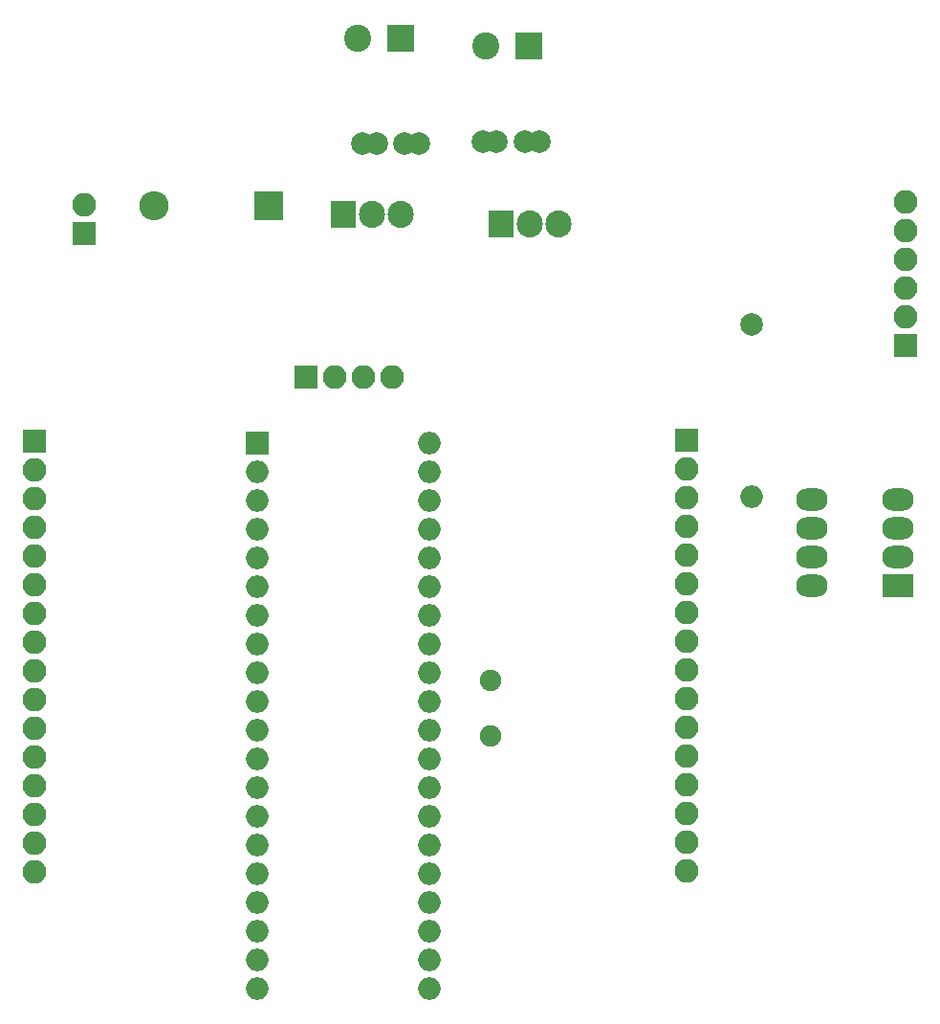
<source format=gbr>
G04 #@! TF.GenerationSoftware,KiCad,Pcbnew,(5.0.0-rc2-dev-444-g2974a2c10)*
G04 #@! TF.CreationDate,2018-07-07T21:15:36+02:00*
G04 #@! TF.ProjectId,propellor dev board,70726F70656C6C6F722064657620626F,rev?*
G04 #@! TF.SameCoordinates,Original*
G04 #@! TF.FileFunction,Soldermask,Bot*
G04 #@! TF.FilePolarity,Negative*
%FSLAX46Y46*%
G04 Gerber Fmt 4.6, Leading zero omitted, Abs format (unit mm)*
G04 Created by KiCad (PCBNEW (5.0.0-rc2-dev-444-g2974a2c10)) date 07/07/18 21:15:36*
%MOMM*%
%LPD*%
G01*
G04 APERTURE LIST*
%ADD10C,2.000000*%
%ADD11R,2.600000X2.600000*%
%ADD12O,2.600000X2.600000*%
%ADD13R,2.100000X2.100000*%
%ADD14O,2.100000X2.100000*%
%ADD15O,2.000000X2.000000*%
%ADD16O,2.305000X2.400000*%
%ADD17R,2.305000X2.400000*%
%ADD18R,2.800000X2.000000*%
%ADD19O,2.800000X2.000000*%
%ADD20R,2.000000X2.000000*%
%ADD21C,1.900000*%
%ADD22R,2.400000X2.400000*%
%ADD23C,2.400000*%
G04 APERTURE END LIST*
D10*
X141422440Y-44190920D03*
X143922440Y-44190920D03*
X140172440Y-44190920D03*
X145172440Y-44190920D03*
X155825200Y-43997880D03*
X150825200Y-43997880D03*
X154575200Y-43997880D03*
X152075200Y-43997880D03*
D11*
X131876800Y-49662080D03*
D12*
X121716800Y-49662080D03*
D13*
X115570000Y-52070000D03*
D14*
X115570000Y-49530000D03*
X111137700Y-108546900D03*
X111137700Y-106006900D03*
X111137700Y-103466900D03*
X111137700Y-100926900D03*
X111137700Y-98386900D03*
X111137700Y-95846900D03*
X111137700Y-93306900D03*
X111137700Y-90766900D03*
X111137700Y-88226900D03*
X111137700Y-85686900D03*
X111137700Y-83146900D03*
X111137700Y-80606900D03*
X111137700Y-78066900D03*
X111137700Y-75526900D03*
X111137700Y-72986900D03*
D13*
X111137700Y-70446900D03*
X168892220Y-70380860D03*
D14*
X168892220Y-72920860D03*
X168892220Y-75460860D03*
X168892220Y-78000860D03*
X168892220Y-80540860D03*
X168892220Y-83080860D03*
X168892220Y-85620860D03*
X168892220Y-88160860D03*
X168892220Y-90700860D03*
X168892220Y-93240860D03*
X168892220Y-95780860D03*
X168892220Y-98320860D03*
X168892220Y-100860860D03*
X168892220Y-103400860D03*
X168892220Y-105940860D03*
X168892220Y-108480860D03*
D10*
X174645320Y-60119260D03*
D15*
X174645320Y-75359260D03*
D13*
X135229600Y-64841120D03*
D14*
X137769600Y-64841120D03*
X140309600Y-64841120D03*
X142849600Y-64841120D03*
D16*
X143555720Y-50378360D03*
X141015720Y-50378360D03*
D17*
X138475720Y-50378360D03*
X152463500Y-51244500D03*
D16*
X155003500Y-51244500D03*
X157543500Y-51244500D03*
D18*
X187637420Y-83245960D03*
D19*
X180017420Y-75625960D03*
X187637420Y-80705960D03*
X180017420Y-78165960D03*
X187637420Y-78165960D03*
X180017420Y-80705960D03*
X187637420Y-75625960D03*
X180017420Y-83245960D03*
D20*
X130898900Y-70624700D03*
D15*
X146138900Y-118884700D03*
X130898900Y-73164700D03*
X146138900Y-116344700D03*
X130898900Y-75704700D03*
X146138900Y-113804700D03*
X130898900Y-78244700D03*
X146138900Y-111264700D03*
X130898900Y-80784700D03*
X146138900Y-108724700D03*
X130898900Y-83324700D03*
X146138900Y-106184700D03*
X130898900Y-85864700D03*
X146138900Y-103644700D03*
X130898900Y-88404700D03*
X146138900Y-101104700D03*
X130898900Y-90944700D03*
X146138900Y-98564700D03*
X130898900Y-93484700D03*
X146138900Y-96024700D03*
X130898900Y-96024700D03*
X146138900Y-93484700D03*
X130898900Y-98564700D03*
X146138900Y-90944700D03*
X130898900Y-101104700D03*
X146138900Y-88404700D03*
X130898900Y-103644700D03*
X146138900Y-85864700D03*
X130898900Y-106184700D03*
X146138900Y-83324700D03*
X130898900Y-108724700D03*
X146138900Y-80784700D03*
X130898900Y-111264700D03*
X146138900Y-78244700D03*
X130898900Y-113804700D03*
X146138900Y-75704700D03*
X130898900Y-116344700D03*
X146138900Y-73164700D03*
X130898900Y-118884700D03*
X146138900Y-70624700D03*
D21*
X151574500Y-96570800D03*
X151574500Y-91670800D03*
D22*
X143591280Y-34808160D03*
D23*
X139791280Y-34808160D03*
X151099360Y-35554920D03*
D22*
X154899360Y-35554920D03*
D13*
X188280000Y-61990000D03*
D14*
X188280000Y-59450000D03*
X188280000Y-56910000D03*
X188280000Y-54370000D03*
X188280000Y-51830000D03*
X188280000Y-49290000D03*
M02*

</source>
